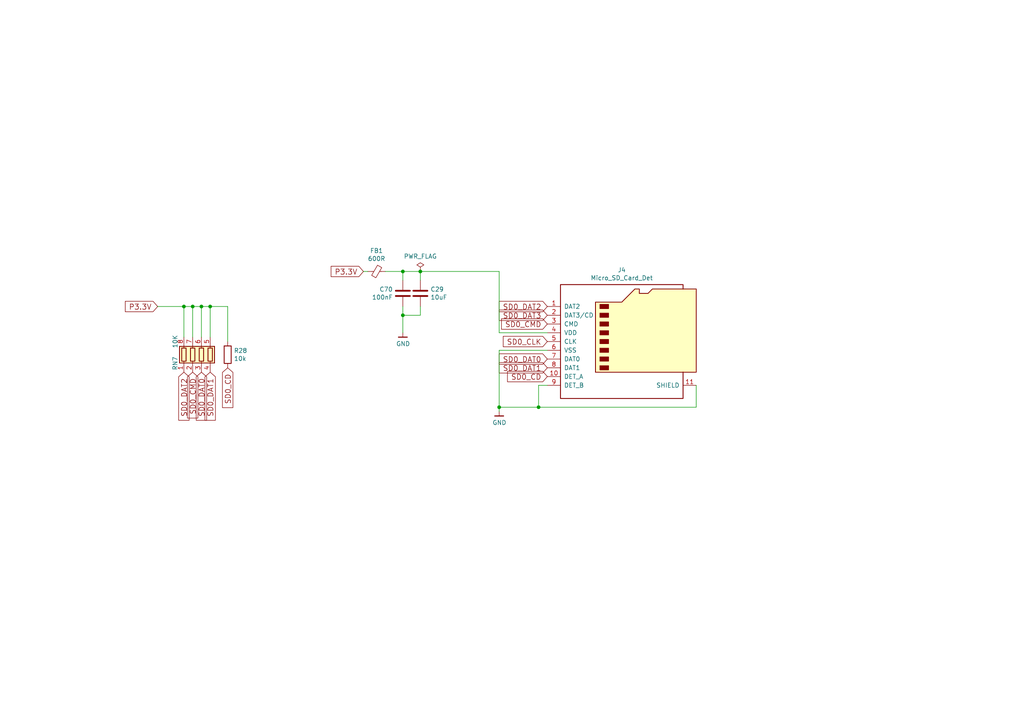
<source format=kicad_sch>
(kicad_sch (version 20211123) (generator eeschema)
  (paper "A4")
  (title_block (title "Orange Cart") (date "2021-02-28") (rev "r0.1") (comment 2 "Licensed under CERN OHL v.1.2") (comment 3 "Cartridge version redesign: Marcus Comstedt") (comment 4 "Based on Orange Crab by Gregory Davill"))
  (lib_symbols
    (symbol "Connector:Micro_SD_Card_Det" (pin_names (offset 1.016))
      (property "Reference" "J" (at -16.51 17.78 0))
      (property "Value" "Micro_SD_Card_Det" (at 16.51 17.78 0))
      (symbol "Micro_SD_Card_Det_0_1"
        (rectangle (start -7.62 -6.985) (end -5.08 -8.255) (fill (type outline)))
        (rectangle (start -7.62 -4.445) (end -5.08 -5.715) (fill (type outline)))
        (rectangle (start -7.62 -1.905) (end -5.08 -3.175) (fill (type outline)))
        (rectangle (start -7.62 0.635) (end -5.08 -0.635) (fill (type outline)))
        (rectangle (start -7.62 3.175) (end -5.08 1.905) (fill (type outline)))
        (rectangle (start -7.62 5.715) (end -5.08 4.445) (fill (type outline)))
        (rectangle (start -7.62 8.255) (end -5.08 6.985) (fill (type outline)))
        (rectangle (start -7.62 10.795) (end -5.08 9.525) (fill (type outline)))
        (polyline (pts (xy 16.51 15.24) (xy 16.51 16.51) (xy -19.05 16.51) (xy -19.05 -16.51) (xy 16.51 -16.51) (xy 16.51 -8.89)) (stroke (width 0.254)))
        (polyline (pts (xy -8.89 -8.89) (xy -8.89 11.43) (xy -1.27 11.43) (xy 2.54 15.24) (xy 3.81 15.24) (xy 3.81 13.97) (xy 6.35 13.97) (xy 7.62 15.24) (xy 20.32 15.24) (xy 20.32 -8.89) (xy -8.89 -8.89)) (stroke (width 0.254)) (fill (type background)))
      )
      (symbol "Micro_SD_Card_Det_1_1"
        (pin bidirectional line (at -22.86 10.16 0) (length 3.81) (name "DAT2") (number "1"))
        (pin passive line (at -22.86 -10.16 0) (length 3.81) (name "DET_A") (number "10"))
        (pin passive line (at 20.32 -12.7 180) (length 3.81) (name "SHIELD") (number "11"))
        (pin bidirectional line (at -22.86 7.62 0) (length 3.81) (name "DAT3/CD") (number "2"))
        (pin input line (at -22.86 5.08 0) (length 3.81) (name "CMD") (number "3"))
        (pin power_in line (at -22.86 2.54 0) (length 3.81) (name "VDD") (number "4"))
        (pin input line (at -22.86 0 0) (length 3.81) (name "CLK") (number "5"))
        (pin power_in line (at -22.86 -2.54 0) (length 3.81) (name "VSS") (number "6"))
        (pin bidirectional line (at -22.86 -5.08 0) (length 3.81) (name "DAT0") (number "7"))
        (pin bidirectional line (at -22.86 -7.62 0) (length 3.81) (name "DAT1") (number "8"))
        (pin passive line (at -22.86 -12.7 0) (length 3.81) (name "DET_B") (number "9"))
      )
    )
    (symbol "Device:C" (pin_numbers hide) (pin_names (offset 0.254))
      (property "Reference" "C" (at 0.635 2.54 0))
      (property "Value" "C" (at 0.635 -2.54 0))
      (symbol "C_0_1"
        (polyline (pts (xy -2.032 -0.762) (xy 2.032 -0.762)) (stroke (width 0.508)))
        (polyline (pts (xy -2.032 0.762) (xy 2.032 0.762)) (stroke (width 0.508)))
      )
      (symbol "C_1_1"
        (pin passive line (at 0 3.81 270) (length 2.794) (name "~") (number "1"))
        (pin passive line (at 0 -3.81 90) (length 2.794) (name "~") (number "2"))
      )
    )
    (symbol "Device:R" (pin_numbers hide) (pin_names (offset 0))
      (property "Reference" "R" (at 2.032 0 90))
      (property "Value" "R" (at 0 0 90))
      (symbol "R_0_1"
        (rectangle (start -1.016 -2.54) (end 1.016 2.54) (stroke (width 0.254)))
      )
      (symbol "R_1_1"
        (pin passive line (at 0 3.81 270) (length 1.27) (name "~") (number "1"))
        (pin passive line (at 0 -3.81 90) (length 1.27) (name "~") (number "2"))
      )
    )
    (symbol "Device:R_Pack04" (pin_names (offset 0) hide)
      (property "Reference" "RN" (at -7.62 0 90))
      (property "Value" "R_Pack04" (at 5.08 0 90))
      (symbol "R_Pack04_0_1"
        (rectangle (start -6.35 -2.413) (end 3.81 2.413) (stroke (width 0.254)) (fill (type background)))
        (rectangle (start -5.715 1.905) (end -4.445 -1.905) (stroke (width 0.254)))
        (rectangle (start -3.175 1.905) (end -1.905 -1.905) (stroke (width 0.254)))
        (rectangle (start -0.635 1.905) (end 0.635 -1.905) (stroke (width 0.254)))
        (polyline (pts (xy -5.08 -2.54) (xy -5.08 -1.905)))
        (polyline (pts (xy -5.08 1.905) (xy -5.08 2.54)))
        (polyline (pts (xy -2.54 -2.54) (xy -2.54 -1.905)))
        (polyline (pts (xy -2.54 1.905) (xy -2.54 2.54)))
        (polyline (pts (xy 0 -2.54) (xy 0 -1.905)))
        (polyline (pts (xy 0 1.905) (xy 0 2.54)))
        (polyline (pts (xy 2.54 -2.54) (xy 2.54 -1.905)))
        (polyline (pts (xy 2.54 1.905) (xy 2.54 2.54)))
        (rectangle (start 1.905 1.905) (end 3.175 -1.905) (stroke (width 0.254)))
      )
      (symbol "R_Pack04_1_1"
        (pin passive line (at -5.08 -5.08 90) (length 2.54) (name "R1.1") (number "1"))
        (pin passive line (at -2.54 -5.08 90) (length 2.54) (name "R2.1") (number "2"))
        (pin passive line (at 0 -5.08 90) (length 2.54) (name "R3.1") (number "3"))
        (pin passive line (at 2.54 -5.08 90) (length 2.54) (name "R4.1") (number "4"))
        (pin passive line (at 2.54 5.08 270) (length 2.54) (name "R4.2") (number "5"))
        (pin passive line (at 0 5.08 270) (length 2.54) (name "R3.2") (number "6"))
        (pin passive line (at -2.54 5.08 270) (length 2.54) (name "R2.2") (number "7"))
        (pin passive line (at -5.08 5.08 270) (length 2.54) (name "R1.2") (number "8"))
      )
    )
    (symbol "OrangeCart-rescue:Ferrite_Bead_Small-Device" (pin_numbers hide) (pin_names (offset 0))
      (property "Reference" "FB" (at 1.905 1.27 0))
      (property "Value" "Ferrite_Bead_Small-Device" (at 1.905 -1.27 0))
      (symbol "Ferrite_Bead_Small-Device_0_1"
        (polyline (pts (xy 0 -1.27) (xy 0 -0.7874)))
        (polyline (pts (xy 0 0.889) (xy 0 1.2954)))
        (polyline (pts (xy -1.8288 0.2794) (xy -1.1176 1.4986) (xy 1.8288 -0.2032) (xy 1.1176 -1.4224) (xy -1.8288 0.2794)))
      )
      (symbol "Ferrite_Bead_Small-Device_1_1"
        (pin passive line (at 0 2.54 270) (length 1.27) (name "~") (number "1"))
        (pin passive line (at 0 -2.54 90) (length 1.27) (name "~") (number "2"))
      )
    )
    (symbol "gkl_power:GND" (power) (pin_names (offset 0))
      (property "Value" "GND" (at 0 -2.54 0))
      (symbol "GND_0_1"
        (polyline (pts (xy 0 -1.27) (xy 0 0)))
        (polyline (pts (xy 1.27 -1.27) (xy -1.27 -1.27)) (stroke (width 0.3048)))
      )
      (symbol "GND_1_1"
        (pin power_in line (at 0 0 270) (length 0) hide (name "GND") (number "1"))
      )
    )
    (symbol "power:PWR_FLAG" (power) (pin_numbers hide) (pin_names (offset 0) hide)
      (property "Value" "PWR_FLAG" (at 0 3.81 0))
      (symbol "PWR_FLAG_0_0"
        (pin power_out line (at 0 0 90) (length 0) (name "pwr") (number "1"))
      )
      (symbol "PWR_FLAG_0_1"
        (polyline (pts (xy 0 0) (xy 0 1.27) (xy -1.016 1.905) (xy 0 2.54) (xy 1.016 1.905) (xy 0 1.27)))
      )
    )
  )
  (junction (at 53.34 88.9))
  (junction (at 144.78 118.11))
  (junction (at 58.42 88.9))
  (junction (at 116.84 78.74))
  (junction (at 55.88 88.9))
  (junction (at 116.84 91.44))
  (junction (at 121.92 78.74))
  (junction (at 156.21 118.11))
  (junction (at 60.96 88.9))
  (wire (pts (xy 116.84 91.44) (xy 116.84 96.52)))
  (wire (pts (xy 53.34 88.9) (xy 53.34 97.79)))
  (wire (pts (xy 58.42 88.9) (xy 60.96 88.9)))
  (wire (pts (xy 158.75 96.52) (xy 144.78 96.52)))
  (wire (pts (xy 60.96 88.9) (xy 66.04 88.9)))
  (wire (pts (xy 121.92 78.74) (xy 144.78 78.74)))
  (wire (pts (xy 116.84 81.28) (xy 116.84 78.74)))
  (wire (pts (xy 121.92 91.44) (xy 116.84 91.44)))
  (wire (pts (xy 55.88 88.9) (xy 58.42 88.9)))
  (wire (pts (xy 116.84 88.9) (xy 116.84 91.44)))
  (wire (pts (xy 55.88 88.9) (xy 55.88 97.79)))
  (wire (pts (xy 156.21 111.76) (xy 156.21 118.11)))
  (wire (pts (xy 106.68 78.74) (xy 105.41 78.74)))
  (wire (pts (xy 60.96 88.9) (xy 60.96 97.79)))
  (wire (pts (xy 158.75 101.6) (xy 144.78 101.6)))
  (wire (pts (xy 53.34 88.9) (xy 55.88 88.9)))
  (wire (pts (xy 45.72 88.9) (xy 53.34 88.9)))
  (wire (pts (xy 111.76 78.74) (xy 116.84 78.74)))
  (wire (pts (xy 201.93 118.11) (xy 156.21 118.11)))
  (wire (pts (xy 144.78 118.11) (xy 144.78 119.38)))
  (wire (pts (xy 121.92 81.28) (xy 121.92 78.74)))
  (wire (pts (xy 158.75 111.76) (xy 156.21 111.76)))
  (wire (pts (xy 121.92 88.9) (xy 121.92 91.44)))
  (wire (pts (xy 116.84 78.74) (xy 121.92 78.74)))
  (wire (pts (xy 144.78 101.6) (xy 144.78 118.11)))
  (wire (pts (xy 58.42 88.9) (xy 58.42 97.79)))
  (wire (pts (xy 156.21 118.11) (xy 144.78 118.11)))
  (wire (pts (xy 66.04 88.9) (xy 66.04 99.06)))
  (wire (pts (xy 201.93 111.76) (xy 201.93 118.11)))
  (wire (pts (xy 144.78 78.74) (xy 144.78 96.52)))
  (global_label "SD0_DAT1" (shape input) (at 60.96 107.95 270) (effects (font (size 1.524 1.524))) (property "Intersheet References" "${INTERSHEET_REFS}" (effects hide)))
  (global_label "SD0_DAT2" (shape input) (at 158.75 88.9 180) (effects (font (size 1.524 1.524))) (property "Intersheet References" "${INTERSHEET_REFS}" (effects hide)))
  (global_label "SD0_CMD" (shape input) (at 158.75 93.98 180) (effects (font (size 1.524 1.524))) (property "Intersheet References" "${INTERSHEET_REFS}" (effects hide)))
  (global_label "SD0_CMD" (shape input) (at 55.88 107.95 270) (effects (font (size 1.524 1.524))) (property "Intersheet References" "${INTERSHEET_REFS}" (effects hide)))
  (global_label "SD0_DAT3" (shape input) (at 158.75 91.44 180) (effects (font (size 1.524 1.524))) (property "Intersheet References" "${INTERSHEET_REFS}" (effects hide)))
  (global_label "SD0_DAT2" (shape input) (at 53.34 107.95 270) (effects (font (size 1.524 1.524))) (property "Intersheet References" "${INTERSHEET_REFS}" (effects hide)))
  (global_label "SD0_CD" (shape input) (at 158.75 109.22 180) (effects (font (size 1.524 1.524))) (property "Intersheet References" "${INTERSHEET_REFS}" (effects hide)))
  (global_label "SD0_DAT0" (shape input) (at 158.75 104.14 180) (effects (font (size 1.524 1.524))) (property "Intersheet References" "${INTERSHEET_REFS}" (effects hide)))
  (global_label "P3.3V" (shape input) (at 105.41 78.74 180) (effects (font (size 1.524 1.524))) (property "Intersheet References" "${INTERSHEET_REFS}" (effects hide)))
  (global_label "P3.3V" (shape input) (at 45.72 88.9 180) (effects (font (size 1.524 1.524))) (property "Intersheet References" "${INTERSHEET_REFS}" (effects hide)))
  (global_label "SD0_DAT0" (shape input) (at 58.42 107.95 270) (effects (font (size 1.524 1.524))) (property "Intersheet References" "${INTERSHEET_REFS}" (effects hide)))
  (global_label "SD0_DAT1" (shape input) (at 158.75 106.68 180) (effects (font (size 1.524 1.524))) (property "Intersheet References" "${INTERSHEET_REFS}" (effects hide)))
  (global_label "SD0_CLK" (shape input) (at 158.75 99.06 180) (effects (font (size 1.524 1.524))) (property "Intersheet References" "${INTERSHEET_REFS}" (effects hide)))
  (global_label "SD0_CD" (shape input) (at 66.04 106.68 270) (effects (font (size 1.524 1.524))) (property "Intersheet References" "${INTERSHEET_REFS}" (effects hide)))
  (symbol (lib_id "gkl_power:GND") (at 144.78 119.38 0) (unit 1)
    (property "Reference" "#PWR050" (effects hide))
    (property "Value" "GND" (at 144.8562 122.5804 0))
  )
  (symbol (lib_id "Device:R_Pack04") (at 58.42 102.87 0) (unit 1)
    (property "Reference" "RN7" (at 50.8 105.41 90))
    (property "Value" "10K" (at 50.8 99.06 90))
    (property "Footprint" "Resistor_SMD:R_Array_Convex_4x0402" (effects hide))
    (property "PN" "EXB-28V103JX" (effects hide))
    (property "Mfg" "Panasonic" (effects hide))
    (property "Mouser Part No" "667-EXB-28V103JX" (effects hide))
    (property "Pricing (EUR)" "0,09" (effects hide))
  )
  (symbol (lib_id "Device:R") (at 66.04 102.87 0) (unit 1)
    (property "Reference" "R28" (at 67.818 101.7016 0) (effects (justify left)))
    (property "Value" "10k" (at 67.818 104.013 0) (effects (justify left)))
    (property "Footprint" "Resistor_SMD:R_0201_0603Metric" (effects hide))
    (property "Mfg" "‎Yageo‎" (effects hide))
    (property "PN" "RC0201FR-0710KL" (effects hide))
    (property "Mouser Part No" "603-RC0201FR-0710KL" (effects hide))
    (property "Pricing (EUR)" "0,11" (effects hide))
  )
  (symbol (lib_id "OrangeCart-rescue:Ferrite_Bead_Small-Device") (at 109.22 78.74 270) (unit 1)
    (property "Reference" "FB1" (at 109.22 72.7202 90))
    (property "Value" "600R" (at 109.22 75.0316 90))
    (property "Footprint" "Inductor_SMD:L_0402_1005Metric" (effects hide))
    (property "Mfg" "Murata Electronics North America" (effects hide))
    (property "PN" "BLM15AG601SN1D" (effects hide))
    (property "Mouser Part No" "81-BLM15AG601SN1D" (effects hide))
    (property "Pricing (EUR)" "0,09" (effects hide))
  )
  (symbol (lib_id "Device:C") (at 116.84 85.09 0) (mirror x) (unit 1)
    (property "Reference" "C70" (at 113.9444 83.9216 0) (effects (justify right)))
    (property "Value" "100nF" (at 113.9444 86.233 0) (effects (justify right)))
    (property "Footprint" "Capacitor_SMD:C_0201_0603Metric" (effects hide))
    (property "Mfg" "Samsung Electro-Mechanics" (effects hide))
    (property "PN" "CL03A104KQ3NNNC" (effects hide))
    (property "Mouser Part No" "187-CL03A104KQ3NNNC" (effects hide))
    (property "Pricing (EUR)" "0,09" (effects hide))
  )
  (symbol (lib_id "gkl_power:GND") (at 116.84 96.52 0) (unit 1)
    (property "Reference" "#PWR0159" (effects hide))
    (property "Value" "GND" (at 116.9162 99.7204 0))
  )
  (symbol (lib_id "Device:C") (at 121.92 85.09 180) (unit 1)
    (property "Reference" "C29" (at 124.841 83.9216 0) (effects (justify right)))
    (property "Value" "10uF" (at 124.841 86.233 0) (effects (justify right)))
    (property "Footprint" "Capacitor_SMD:C_0402_1005Metric" (effects hide))
    (property "Mfg" "Murata Electronics North America" (effects hide))
    (property "PN" "GRM155R60J106ME15D" (effects hide))
    (property "Mouser Part No" "81-GRM155R60J106ME5D" (effects hide))
    (property "Pricing (EUR)" "0,15" (effects hide))
  )
  (symbol (lib_id "Connector:Micro_SD_Card_Det") (at 181.61 99.06 0) (unit 1)
    (property "Reference" "J4" (at 180.34 78.3082 0))
    (property "Value" "Micro_SD_Card_Det" (at 180.34 80.6196 0))
    (property "Footprint" "molex:SDCARD_MOLEX_503398-1892" (effects hide))
    (property "Datasheet" "https://www.molex.com/pdm_docs/sd/5033981892_sd.pdf" (effects hide))
    (property "Mfg" "Molex" (effects hide))
    (property "Mouser Part No" "538-503398-1892" (effects hide))
    (property "PN" "503398-1892" (effects hide))
    (property "Pricing (EUR)" "2,25" (effects hide))
  )
  (symbol (lib_id "power:PWR_FLAG") (at 121.92 78.74 0) (unit 1)
    (property "Reference" "#FLG0108" (effects hide))
    (property "Value" "PWR_FLAG" (at 121.92 74.3458 0))
  )
)
</source>
